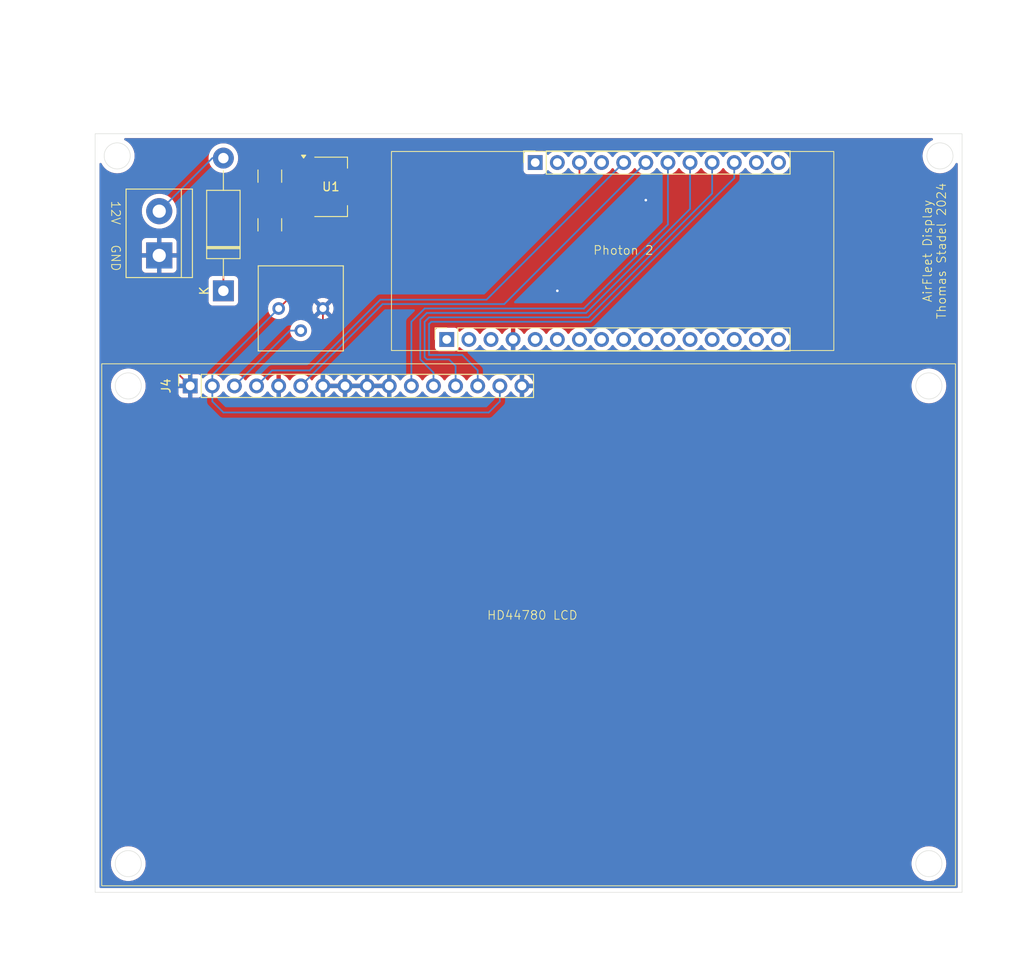
<source format=kicad_pcb>
(kicad_pcb (version 20240108) (generator "pcbnew") (generator_version "8.0")
  (layers (0 "F.Cu" signal) (31 "B.Cu" signal) (34 "B.Paste" user) (35 "F.Paste" user) (36 "B.SilkS" user "B.Silkscreen") (37 "F.SilkS" user "F.Silkscreen") (38 "B.Mask" user) (39 "F.Mask" user) (44 "Edge.Cuts" user))
  (net 0 "")
  (net 1 "GND")
  (net 2 "Net-(D1-K)")
  (net 3 "5V")
  (net 4 "Net-(D1-A)")
  (net 23 "LCD_D5")
  (net 25 "LCD_RS")
  (net 26 "LCD_D6")
  (net 27 "LCD_D4")
  (net 28 "LCD_D7")
  (net 30 "LCD_EN")
  (net 31 "Net-(J4-Pin_3)")
  (footprint "Connector_PinSocket_2.54mm:PinSocket_1x12_P2.54mm_Vertical" (layer "F.Cu") (at 99.568 64.262 90)
    (property "Reference" "J3" (hide yes))
    (property "Value" "Conn_01x12_Socket" (hide yes))
    (fp_line (start 1.33 -1.33) (end 1.33 0) (stroke (width 0.12)) (layer "F.SilkS"))
    (fp_line (start 0 -1.33) (end 1.33 -1.33) (stroke (width 0.12)) (layer "F.SilkS"))
    (fp_line (start 1.33 1.27) (end 1.33 29.27) (stroke (width 0.12)) (layer "F.SilkS"))
    (fp_line (start -1.33 1.27) (end 1.33 1.27) (stroke (width 0.12)) (layer "F.SilkS"))
    (fp_line (start -1.33 1.27) (end -1.33 29.27) (stroke (width 0.12)) (layer "F.SilkS"))
    (fp_line (start -1.33 29.27) (end 1.33 29.27) (stroke (width 0.12)) (layer "F.SilkS"))
    (pad "1" thru_hole rect (at 0 0 90) (size 1.7 1.7) (drill 1) (layers "*.Cu" "*.Mask"))
    (pad "2" thru_hole oval (at 0 2.54 90) (size 1.7 1.7) (drill 1) (layers "*.Cu" "*.Mask"))
    (pad "3" thru_hole oval (at 0 5.08 90) (size 1.7 1.7) (drill 1) (layers "*.Cu" "*.Mask") (net 3 "5V"))
    (pad "4" thru_hole oval (at 0 7.62 90) (size 1.7 1.7) (drill 1) (layers "*.Cu" "*.Mask"))
    (pad "5" thru_hole oval (at 0 10.16 90) (size 1.7 1.7) (drill 1) (layers "*.Cu" "*.Mask") (net 25 "LCD_RS"))
    (pad "6" thru_hole oval (at 0 12.7 90) (size 1.7 1.7) (drill 1) (layers "*.Cu" "*.Mask") (net 30 "LCD_EN"))
    (pad "7" thru_hole oval (at 0 15.24 90) (size 1.7 1.7) (drill 1) (layers "*.Cu" "*.Mask") (net 27 "LCD_D4"))
    (pad "8" thru_hole oval (at 0 17.78 90) (size 1.7 1.7) (drill 1) (layers "*.Cu" "*.Mask") (net 23 "LCD_D5"))
    (pad "9" thru_hole oval (at 0 20.32 90) (size 1.7 1.7) (drill 1) (layers "*.Cu" "*.Mask") (net 26 "LCD_D6"))
    (pad "10" thru_hole oval (at 0 22.86 90) (size 1.7 1.7) (drill 1) (layers "*.Cu" "*.Mask") (net 28 "LCD_D7"))
    (pad "11" thru_hole oval (at 0 25.4 90) (size 1.7 1.7) (drill 1) (layers "*.Cu" "*.Mask"))
    (pad "12" thru_hole oval (at 0 27.94 90) (size 1.7 1.7) (drill 1) (layers "*.Cu" "*.Mask"))
  )
  (footprint "Capacitor_SMD:C_1210_3225Metric_Pad1.33x2.70mm_HandSolder" (layer "F.Cu") (at 69.088 65.8245 90)
    (property "Reference" "C3" (hide yes))
    (property "Value" "10uF" (hide yes))
    (fp_line (start -0.711252 -1.36) (end 0.711252 -1.36) (stroke (width 0.12)) (layer "F.SilkS"))
    (fp_line (start -0.711252 1.36) (end 0.711252 1.36) (stroke (width 0.12)) (layer "F.SilkS"))
    (pad "1" smd roundrect (at -1.5625 0 90) (size 1.325 2.7) (layers "F.Cu" "F.Paste" "F.Mask") (roundrect_rratio 0.188679) (net 3 "5V"))
    (pad "2" smd roundrect (at 1.5625 0 90) (size 1.325 2.7) (layers "F.Cu" "F.Paste" "F.Mask") (roundrect_rratio 0.188679) (net 1 "GND"))
  )
  (footprint "Package_TO_SOT_SMD:SOT-223-3_TabPin2" (layer "F.Cu") (at 76.098 67.056)
    (property "Reference" "U1" (at 0 -0.014 0) (layer "F.SilkS"))
    (property "Value" "NCP1117-5.0_SOT223" (hide yes))
    (fp_line (start -1.85 -3.41) (end 1.91 -3.41) (stroke (width 0.12)) (layer "F.SilkS"))
    (fp_line (start -1.85 3.41) (end 1.91 3.41) (stroke (width 0.12)) (layer "F.SilkS"))
    (fp_line (start 1.91 -3.41) (end 1.91 -2.15) (stroke (width 0.12)) (layer "F.SilkS"))
    (fp_line (start 1.91 3.41) (end 1.91 2.15) (stroke (width 0.12)) (layer "F.SilkS"))
    (fp_poly (pts (xy -3.13 -3.31) (xy -3.37 -3.64) (xy -2.89 -3.64) (xy -3.13 -3.31)) (stroke (width 0.12)) (fill solid) (layer "F.SilkS"))
    (pad "1" smd roundrect (at -3.15 -2.3) (size 2 1.5) (layers "F.Cu" "F.Paste" "F.Mask") (net 1 "GND"))
    (pad "2" smd roundrect (at -3.15 0) (size 2 1.5) (layers "F.Cu" "F.Paste" "F.Mask") (net 3 "5V"))
    (pad "2" smd roundrect (at 3.15 0) (size 2 3.8) (layers "F.Cu" "F.Paste" "F.Mask") (net 3 "5V"))
    (pad "3" smd roundrect (at -3.15 2.3) (size 2 1.5) (layers "F.Cu" "F.Paste" "F.Mask") (net 2 "Net-(D1-K)"))
  )
  (footprint "Connector_PinSocket_2.54mm:PinSocket_1x16_P2.54mm_Vertical" (layer "F.Cu") (at 89.408 84.582 90)
    (property "Reference" "J2" (hide yes))
    (property "Value" "Conn_01x16_Socket" (hide yes))
    (fp_line (start 1.33 -1.33) (end 1.33 0) (stroke (width 0.12)) (layer "F.SilkS"))
    (fp_line (start 0 -1.33) (end 1.33 -1.33) (stroke (width 0.12)) (layer "F.SilkS"))
    (fp_line (start 1.33 1.27) (end 1.33 39.43) (stroke (width 0.12)) (layer "F.SilkS"))
    (fp_line (start -1.33 1.27) (end 1.33 1.27) (stroke (width 0.12)) (layer "F.SilkS"))
    (fp_line (start -1.33 1.27) (end -1.33 39.43) (stroke (width 0.12)) (layer "F.SilkS"))
    (fp_line (start -1.33 39.43) (end 1.33 39.43) (stroke (width 0.12)) (layer "F.SilkS"))
    (pad "1" thru_hole rect (at 0 0 90) (size 1.7 1.7) (drill 1) (layers "*.Cu" "*.Mask"))
    (pad "2" thru_hole oval (at 0 2.54 90) (size 1.7 1.7) (drill 1) (layers "*.Cu" "*.Mask"))
    (pad "3" thru_hole oval (at 0 5.08 90) (size 1.7 1.7) (drill 1) (layers "*.Cu" "*.Mask"))
    (pad "4" thru_hole oval (at 0 7.62 90) (size 1.7 1.7) (drill 1) (layers "*.Cu" "*.Mask") (net 1 "GND"))
    (pad "5" thru_hole oval (at 0 10.16 90) (size 1.7 1.7) (drill 1) (layers "*.Cu" "*.Mask"))
    (pad "6" thru_hole oval (at 0 12.7 90) (size 1.7 1.7) (drill 1) (layers "*.Cu" "*.Mask"))
    (pad "7" thru_hole oval (at 0 15.24 90) (size 1.7 1.7) (drill 1) (layers "*.Cu" "*.Mask"))
    (pad "8" thru_hole oval (at 0 17.78 90) (size 1.7 1.7) (drill 1) (layers "*.Cu" "*.Mask"))
    (pad "9" thru_hole oval (at 0 20.32 90) (size 1.7 1.7) (drill 1) (layers "*.Cu" "*.Mask"))
    (pad "10" thru_hole oval (at 0 22.86 90) (size 1.7 1.7) (drill 1) (layers "*.Cu" "*.Mask"))
    (pad "11" thru_hole oval (at 0 25.4 90) (size 1.7 1.7) (drill 1) (layers "*.Cu" "*.Mask"))
    (pad "12" thru_hole oval (at 0 27.94 90) (size 1.7 1.7) (drill 1) (layers "*.Cu" "*.Mask"))
    (pad "13" thru_hole oval (at 0 30.48 90) (size 1.7 1.7) (drill 1) (layers "*.Cu" "*.Mask"))
    (pad "14" thru_hole oval (at 0 33.02 90) (size 1.7 1.7) (drill 1) (layers "*.Cu" "*.Mask"))
    (pad "15" thru_hole oval (at 0 35.56 90) (size 1.7 1.7) (drill 1) (layers "*.Cu" "*.Mask"))
    (pad "16" thru_hole oval (at 0 38.1 90) (size 1.7 1.7) (drill 1) (layers "*.Cu" "*.Mask"))
  )
  (footprint "Capacitor_SMD:C_1210_3225Metric_Pad1.33x2.70mm_HandSolder" (layer "F.Cu") (at 69.088 71.4125 -90)
    (property "Reference" "C1" (hide yes))
    (property "Value" "10uF" (hide yes))
    (fp_line (start -0.711252 1.36) (end 0.711252 1.36) (stroke (width 0.12)) (layer "F.SilkS"))
    (fp_line (start -0.711252 -1.36) (end 0.711252 -1.36) (stroke (width 0.12)) (layer "F.SilkS"))
    (pad "1" smd roundrect (at -1.5625 0 270) (size 1.325 2.7) (layers "F.Cu" "F.Paste" "F.Mask") (roundrect_rratio 0.188679) (net 2 "Net-(D1-K)"))
    (pad "2" smd roundrect (at 1.5625 0 270) (size 1.325 2.7) (layers "F.Cu" "F.Paste" "F.Mask") (roundrect_rratio 0.188679) (net 1 "GND"))
  )
  (footprint "Connector_PinSocket_2.54mm:PinSocket_1x16_P2.54mm_Vertical" (layer "F.Cu") (at 59.944 89.916 90)
    (property "Reference" "J4" (at 0 -2.77 90) (layer "F.SilkS"))
    (property "Value" "Conn_01x16_Socket" (hide yes))
    (fp_line (start 1.33 -1.33) (end 1.33 0) (stroke (width 0.12)) (layer "F.SilkS"))
    (fp_line (start 0 -1.33) (end 1.33 -1.33) (stroke (width 0.12)) (layer "F.SilkS"))
    (fp_line (start 1.33 1.27) (end 1.33 39.43) (stroke (width 0.12)) (layer "F.SilkS"))
    (fp_line (start -1.33 1.27) (end 1.33 1.27) (stroke (width 0.12)) (layer "F.SilkS"))
    (fp_line (start -1.33 1.27) (end -1.33 39.43) (stroke (width 0.12)) (layer "F.SilkS"))
    (fp_line (start -1.33 39.43) (end 1.33 39.43) (stroke (width 0.12)) (layer "F.SilkS"))
    (pad "1" thru_hole rect (at 0 0 90) (size 1.7 1.7) (drill 1) (layers "*.Cu" "*.Mask") (net 1 "GND"))
    (pad "2" thru_hole oval (at 0 2.54 90) (size 1.7 1.7) (drill 1) (layers "*.Cu" "*.Mask") (net 3 "5V"))
    (pad "3" thru_hole oval (at 0 5.08 90) (size 1.7 1.7) (drill 1) (layers "*.Cu" "*.Mask") (net 31 "Net-(J4-Pin_3)"))
    (pad "4" thru_hole oval (at 0 7.62 90) (size 1.7 1.7) (drill 1) (layers "*.Cu" "*.Mask") (net 25 "LCD_RS"))
    (pad "5" thru_hole oval (at 0 10.16 90) (size 1.7 1.7) (drill 1) (layers "*.Cu" "*.Mask") (net 1 "GND"))
    (pad "6" thru_hole oval (at 0 12.7 90) (size 1.7 1.7) (drill 1) (layers "*.Cu" "*.Mask") (net 30 "LCD_EN"))
    (pad "7" thru_hole oval (at 0 15.24 90) (size 1.7 1.7) (drill 1) (layers "*.Cu" "*.Mask") (net 1 "GND"))
    (pad "8" thru_hole oval (at 0 17.78 90) (size 1.7 1.7) (drill 1) (layers "*.Cu" "*.Mask") (net 1 "GND"))
    (pad "9" thru_hole oval (at 0 20.32 90) (size 1.7 1.7) (drill 1) (layers "*.Cu" "*.Mask") (net 1 "GND"))
    (pad "10" thru_hole oval (at 0 22.86 90) (size 1.7 1.7) (drill 1) (layers "*.Cu" "*.Mask") (net 1 "GND"))
    (pad "11" thru_hole oval (at 0 25.4 90) (size 1.7 1.7) (drill 1) (layers "*.Cu" "*.Mask") (net 27 "LCD_D4"))
    (pad "12" thru_hole oval (at 0 27.94 90) (size 1.7 1.7) (drill 1) (layers "*.Cu" "*.Mask") (net 23 "LCD_D5"))
    (pad "13" thru_hole oval (at 0 30.48 90) (size 1.7 1.7) (drill 1) (layers "*.Cu" "*.Mask") (net 26 "LCD_D6"))
    (pad "14" thru_hole oval (at 0 33.02 90) (size 1.7 1.7) (drill 1) (layers "*.Cu" "*.Mask") (net 28 "LCD_D7"))
    (pad "15" thru_hole oval (at 0 35.56 90) (size 1.7 1.7) (drill 1) (layers "*.Cu" "*.Mask") (net 3 "5V"))
    (pad "16" thru_hole oval (at 0 38.1 90) (size 1.7 1.7) (drill 1) (layers "*.Cu" "*.Mask") (net 1 "GND"))
  )
  (footprint "Potentiometer_THT:Potentiometer_Bourns_3386P_Vertical" (layer "F.Cu") (at 70.104 81.026 -90)
    (property "Reference" "RV1" (hide yes))
    (property "Value" "10K" (hide yes))
    (fp_line (start -4.9 2.345) (end 4.87 2.345) (stroke (width 0.12)) (layer "F.SilkS"))
    (fp_line (start -4.9 -7.425) (end -4.9 2.345) (stroke (width 0.12)) (layer "F.SilkS"))
    (fp_line (start -4.9 -7.425) (end 4.87 -7.425) (stroke (width 0.12)) (layer "F.SilkS"))
    (fp_line (start 4.87 -7.425) (end 4.87 2.345) (stroke (width 0.12)) (layer "F.SilkS"))
    (pad "1" thru_hole circle (at 0 0 270) (size 1.44 1.44) (drill 0.8) (layers "*.Cu" "*.Mask") (net 3 "5V"))
    (pad "2" thru_hole circle (at 2.54 -2.54 270) (size 1.44 1.44) (drill 0.8) (layers "*.Cu" "*.Mask") (net 31 "Net-(J4-Pin_3)"))
    (pad "3" thru_hole circle (at 0 -5.08 270) (size 1.44 1.44) (drill 0.8) (layers "*.Cu" "*.Mask") (net 1 "GND"))
  )
  (footprint "TerminalBlock:TerminalBlock_bornier-2_P5.08mm" (layer "F.Cu") (at 56.388 74.93 90)
    (property "Reference" "J1" (hide yes))
    (property "Value" "Screw_Terminal_01x02" (hide yes))
    (fp_line (start 7.62 -3.81) (end -2.54 -3.81) (stroke (width 0.12)) (layer "F.SilkS"))
    (fp_line (start -2.54 -3.81) (end -2.54 3.81) (stroke (width 0.12)) (layer "F.SilkS"))
    (fp_line (start 7.62 2.54) (end -2.54 2.54) (stroke (width 0.12)) (layer "F.SilkS"))
    (fp_line (start 7.62 3.81) (end 7.62 -3.81) (stroke (width 0.12)) (layer "F.SilkS"))
    (fp_line (start -2.54 3.81) (end 7.62 3.81) (stroke (width 0.12)) (layer "F.SilkS"))
    (pad "1" thru_hole rect (at 0 0 90) (size 3 3) (drill 1.52) (layers "*.Cu" "*.Mask") (net 1 "GND"))
    (pad "2" thru_hole circle (at 5.08 0 90) (size 3 3) (drill 1.52) (layers "*.Cu" "*.Mask") (net 4 "Net-(D1-A)"))
  )
  (footprint "Diode_THT:D_DO-15_P15.24mm_Horizontal" (layer "F.Cu") (at 63.754 78.994 90)
    (property "Reference" "D1" (hide yes))
    (property "Value" "1N4007" (hide yes))
    (fp_line (start 11.54 -1.92) (end 3.7 -1.92) (stroke (width 0.12)) (layer "F.SilkS"))
    (fp_line (start 5.08 -1.92) (end 5.08 1.92) (stroke (width 0.12)) (layer "F.SilkS"))
    (fp_line (start 4.96 -1.92) (end 4.96 1.92) (stroke (width 0.12)) (layer "F.SilkS"))
    (fp_line (start 4.84 -1.92) (end 4.84 1.92) (stroke (width 0.12)) (layer "F.SilkS"))
    (fp_line (start 3.7 -1.92) (end 3.7 1.92) (stroke (width 0.12)) (layer "F.SilkS"))
    (fp_line (start 13.8 0) (end 11.54 0) (stroke (width 0.12)) (layer "F.SilkS"))
    (fp_line (start 1.44 0) (end 3.7 0) (stroke (width 0.12)) (layer "F.SilkS"))
    (fp_line (start 11.54 1.92) (end 11.54 -1.92) (stroke (width 0.12)) (layer "F.SilkS"))
    (fp_line (start 3.7 1.92) (end 11.54 1.92) (stroke (width 0.12)) (layer "F.SilkS"))
    (fp_text user "K" (at 0 -2.2 90) (layer "F.SilkS"))
    (pad "1" thru_hole rect (at 0 0 90) (size 2.4 2.4) (drill 1.2) (layers "*.Cu" "*.Mask") (net 2 "Net-(D1-K)"))
    (pad "2" thru_hole oval (at 15.24 0 90) (size 2.4 2.4) (drill 1.2) (layers "*.Cu" "*.Mask") (net 4 "Net-(D1-A)"))
  )
  (gr_rect (start 49.784 87.376) (end 147.828 147.32) (stroke (width 0.1)) (fill none) (layer "F.SilkS"))
  (gr_rect (start 83.058 62.992) (end 133.858 85.852) (stroke (width 0.1)) (fill none) (layer "F.SilkS"))
  (gr_circle (center 52.832 144.78) (end 54.332 144.78) (stroke (width 0.05)) (fill none) (layer "Edge.Cuts"))
  (gr_rect (start 49.022 60.96) (end 148.59 148.082) (stroke (width 0.05)) (fill none) (layer "Edge.Cuts"))
  (gr_circle (center 144.78 144.78) (end 146.28 144.78) (stroke (width 0.05)) (fill none) (layer "Edge.Cuts"))
  (gr_circle (center 146.05 63.5) (end 147.55 63.5) (stroke (width 0.05)) (fill none) (layer "Edge.Cuts"))
  (gr_circle (center 52.832 89.916) (end 54.332 89.916) (stroke (width 0.05)) (fill none) (layer "Edge.Cuts"))
  (gr_circle (center 144.78 89.916) (end 146.28 89.916) (stroke (width 0.05)) (fill none) (layer "Edge.Cuts"))
  (gr_circle (center 51.562 63.5) (end 53.062 63.5) (stroke (width 0.05)) (fill none) (layer "Edge.Cuts"))
  (gr_text "AirFleet Display\nThomas Stadel 2024" (at 146.812 74.422 90) (layer "F.SilkS") (effects (font (size 1 1) (thickness 0.1)) (justify bottom)))
  (gr_text "12V   GND" (at 50.8 68.58 -90) (layer "F.SilkS") (effects (font (size 1 1) (thickness 0.1)) (justify left bottom)))
  (gr_text "Photon 2" (at 106.172 74.93 0) (layer "F.SilkS") (effects (font (size 1 1) (thickness 0.1)) (justify left bottom)))
  (gr_text "HD44780 LCD" (at 93.98 116.84 0) (layer "F.SilkS") (effects (font (size 1 1) (thickness 0.1)) (justify left bottom)))
  (segment (start 56.388 74.93) (end 56.388 86.36) (width 0.2) (layer "F.Cu") (net 1))
  (segment (start 59.944 89.916) (end 59.944 91.694) (width 0.2) (layer "F.Cu") (net 1))
  (segment (start 75.184 89.916) (end 75.184 81.026) (width 0.2) (layer "F.Cu") (net 1))
  (segment (start 83.312 91.948) (end 82.804 91.44) (width 0.2) (layer "F.Cu") (net 1))
  (segment (start 59.944 91.694) (end 60.198 91.948) (width 0.2) (layer "F.Cu") (net 1))
  (segment (start 82.804 91.44) (end 82.804 89.916) (width 0.2) (layer "F.Cu") (net 1))
  (segment (start 56.388 86.36) (end 59.944 89.916) (width 0.2) (layer "F.Cu") (net 1))
  (segment (start 59.944 87.884) (end 59.944 89.916) (width 0.2) (layer "F.Cu") (net 1))
  (segment (start 60.198 91.948) (end 82.296 91.948) (width 0.2) (layer "F.Cu") (net 1))
  (segment (start 82.296 91.948) (end 82.804 91.44) (width 0.2) (layer "F.Cu") (net 1))
  (segment (start 69.088 78.74) (end 59.944 87.884) (width 0.2) (layer "F.Cu") (net 1))
  (segment (start 97.79 91.948) (end 83.312 91.948) (width 0.2) (layer "F.Cu") (net 1))
  (segment (start 72.948 64.756) (end 69.582 64.756) (width 0.2) (layer "F.Cu") (net 1))
  (segment (start 69.088 72.975) (end 69.088 78.74) (width 0.2) (layer "F.Cu") (net 1))
  (segment (start 69.582 64.756) (end 69.088 64.262) (width 0.2) (layer "F.Cu") (net 1))
  (segment (start 98.044 89.916) (end 98.044 91.694) (width 0.2) (layer "F.Cu") (net 1))
  (segment (start 98.044 91.694) (end 97.79 91.948) (width 0.2) (layer "F.Cu") (net 1))
  (via (at 112.268 68.58) (size 0.6) (drill 0.3) (layers "F.Cu" "B.Cu") (net 1))
  (via (at 102.108 78.994) (size 0.6) (drill 0.3) (layers "F.Cu" "B.Cu") (net 1))
  (segment (start 80.264 89.916) (end 77.724 89.916) (width 0.2) (layer "B.Cu") (net 1))
  (segment (start 98.044 87.122) (end 98.044 89.916) (width 0.2) (layer "B.Cu") (net 1))
  (segment (start 97.028 84.582) (end 97.028 86.106) (width 0.2) (layer "B.Cu") (net 1))
  (segment (start 70.104 91.694) (end 75.184 91.694) (width 0.2) (layer "B.Cu") (net 1))
  (segment (start 82.804 89.916) (end 80.264 89.916) (width 0.2) (layer "B.Cu") (net 1))
  (segment (start 77.724 89.916) (end 75.184 89.916) (width 0.2) (layer "B.Cu") (net 1))
  (segment (start 97.028 86.106) (end 98.044 87.122) (width 0.2) (layer "B.Cu") (net 1))
  (segment (start 70.104 89.916) (end 70.104 91.694) (width 0.2) (layer "B.Cu") (net 1))
  (segment (start 75.184 91.694) (end 75.184 89.916) (width 0.2) (layer "B.Cu") (net 1))
  (segment (start 70.09 69.356) (end 72.948 69.356) (width 0.2) (layer "F.Cu") (net 2))
  (segment (start 63.754 78.994) (end 63.754 72.39) (width 0.2) (layer "F.Cu") (net 2))
  (segment (start 69.596 69.85) (end 70.09 69.356) (width 0.2) (layer "F.Cu") (net 2))
  (segment (start 69.088 69.85) (end 69.596 69.85) (width 0.2) (layer "F.Cu") (net 2))
  (segment (start 63.754 72.39) (end 66.294 69.85) (width 0.2) (layer "F.Cu") (net 2))
  (segment (start 66.294 69.85) (end 69.088 69.85) (width 0.2) (layer "F.Cu") (net 2))
  (segment (start 69.088 67.387) (end 72.617 67.387) (width 0.2) (layer "F.Cu") (net 3))
  (segment (start 72.617 67.387) (end 72.948 67.056) (width 0.2) (layer "F.Cu") (net 3))
  (segment (start 79.248 67.056) (end 72.948 67.056) (width 0.2) (layer "F.Cu") (net 3))
  (segment (start 79.248 67.056) (end 79.248 71.882) (width 0.2) (layer "F.Cu") (net 3))
  (segment (start 103.378 67.056) (end 79.248 67.056) (width 0.2) (layer "F.Cu") (net 3))
  (segment (start 79.248 71.882) (end 70.104 81.026) (width 0.2) (layer "F.Cu") (net 3))
  (segment (start 104.648 64.262) (end 104.648 65.786) (width 0.2) (layer "F.Cu") (net 3))
  (segment (start 104.648 65.786) (end 103.378 67.056) (width 0.2) (layer "F.Cu") (net 3))
  (segment (start 95.504 91.694) (end 94.234 92.964) (width 0.2) (layer "B.Cu") (net 3))
  (segment (start 94.234 92.964) (end 63.754 92.964) (width 0.2) (layer "B.Cu") (net 3))
  (segment (start 63.754 92.964) (end 62.484 91.694) (width 0.2) (layer "B.Cu") (net 3))
  (segment (start 95.504 89.916) (end 95.504 91.694) (width 0.2) (layer "B.Cu") (net 3))
  (segment (start 70.104 81.026) (end 62.484 88.646) (width 0.2) (layer "B.Cu") (net 3))
  (segment (start 62.484 88.646) (end 62.484 89.916) (width 0.2) (layer "B.Cu") (net 3))
  (segment (start 62.484 91.694) (end 62.484 89.916) (width 0.2) (layer "B.Cu") (net 3))
  (segment (start 62.484 63.754) (end 63.754 63.754) (width 0.2) (layer "B.Cu") (net 4))
  (segment (start 56.388 69.85) (end 62.484 63.754) (width 0.2) (layer "B.Cu") (net 4))
  (segment (start 87.122 81.534) (end 86.36 82.296) (width 0.2) (layer "B.Cu") (net 23))
  (segment (start 86.36 82.296) (end 86.36 86.868) (width 0.2) (layer "B.Cu") (net 23))
  (segment (start 86.36 86.868) (end 87.884 88.392) (width 0.2) (layer "B.Cu") (net 23))
  (segment (start 117.348 64.262) (end 117.348 69.596) (width 0.2) (layer "B.Cu") (net 23))
  (segment (start 117.348 69.596) (end 105.41 81.534) (width 0.2) (layer "B.Cu") (net 23))
  (segment (start 105.41 81.534) (end 87.122 81.534) (width 0.2) (layer "B.Cu") (net 23))
  (segment (start 87.884 88.392) (end 87.884 89.916) (width 0.2) (layer "B.Cu") (net 23))
  (segment (start 81.788 80.01) (end 73.66 88.138) (width 0.2) (layer "B.Cu") (net 25))
  (segment (start 109.728 64.262) (end 93.98 80.01) (width 0.2) (layer "B.Cu") (net 25))
  (segment (start 73.66 88.138) (end 69.342 88.138) (width 0.2) (layer "B.Cu") (net 25))
  (segment (start 93.98 80.01) (end 81.788 80.01) (width 0.2) (layer "B.Cu") (net 25))
  (segment (start 69.342 88.138) (end 67.564 89.916) (width 0.2) (layer "B.Cu") (net 25))
  (segment (start 119.888 67.818) (end 119.888 64.262) (width 0.2) (layer "B.Cu") (net 26))
  (segment (start 89.662 86.868) (end 87.122 86.868) (width 0.2) (layer "B.Cu") (net 26))
  (segment (start 90.424 89.916) (end 90.424 87.63) (width 0.2) (layer "B.Cu") (net 26))
  (segment (start 86.868 86.614) (end 86.868 82.55) (width 0.2) (layer "B.Cu") (net 26))
  (segment (start 86.868 82.55) (end 87.376 82.042) (width 0.2) (layer "B.Cu") (net 26))
  (segment (start 87.122 86.868) (end 86.868 86.614) (width 0.2) (layer "B.Cu") (net 26))
  (segment (start 105.664 82.042) (end 119.888 67.818) (width 0.2) (layer "B.Cu") (net 26))
  (segment (start 87.376 82.042) (end 105.664 82.042) (width 0.2) (layer "B.Cu") (net 26))
  (segment (start 90.424 87.63) (end 89.662 86.868) (width 0.2) (layer "B.Cu") (net 26))
  (segment (start 85.344 82.55) (end 86.868 81.026) (width 0.2) (layer "B.Cu") (net 27))
  (segment (start 85.344 89.916) (end 85.344 82.55) (width 0.2) (layer "B.Cu") (net 27))
  (segment (start 86.868 81.026) (end 105.156 81.026) (width 0.2) (layer "B.Cu") (net 27))
  (segment (start 105.156 81.026) (end 114.808 71.374) (width 0.2) (layer "B.Cu") (net 27))
  (segment (start 114.808 71.374) (end 114.808 64.262) (width 0.2) (layer "B.Cu") (net 27))
  (segment (start 87.63 82.55) (end 87.376 82.804) (width 0.2) (layer "B.Cu") (net 28))
  (segment (start 122.428 66.04) (end 105.918 82.55) (width 0.2) (layer "B.Cu") (net 28))
  (segment (start 122.428 64.262) (end 122.428 66.04) (width 0.2) (layer "B.Cu") (net 28))
  (segment (start 87.376 82.804) (end 87.376 86.36) (width 0.2) (layer "B.Cu") (net 28))
  (segment (start 105.918 82.55) (end 87.63 82.55) (width 0.2) (layer "B.Cu") (net 28))
  (segment (start 91.186 86.36) (end 92.964 88.138) (width 0.2) (layer "B.Cu") (net 28))
  (segment (start 92.964 88.138) (end 92.964 89.916) (width 0.2) (layer "B.Cu") (net 28))
  (segment (start 87.376 86.36) (end 91.186 86.36) (width 0.2) (layer "B.Cu") (net 28))
  (segment (start 112.268 64.262) (end 96.012 80.518) (width 0.2) (layer "B.Cu") (net 30))
  (segment (start 96.012 80.518) (end 82.042 80.518) (width 0.2) (layer "B.Cu") (net 30))
  (segment (start 82.042 80.518) (end 72.644 89.916) (width 0.2) (layer "B.Cu") (net 30))
  (segment (start 71.374 83.566) (end 72.644 83.566) (width 0.2) (layer "B.Cu") (net 31))
  (segment (start 65.024 89.916) (end 71.374 83.566) (width 0.2) (layer "B.Cu") (net 31))
  (zone (net 1) (net_name "GND") (layers "F&B.Cu") (connect_pads (clearance 0.5)) (min_thickness 0.25) (fill yes (thermal_gap 0.5) (thermal_bridge_width 0.5))
    (polygon (pts (xy 45.72 55.88) (xy 155.702 57.912) (xy 152.654 157.48) (xy 38.1 155.702)))
  )
)
</source>
